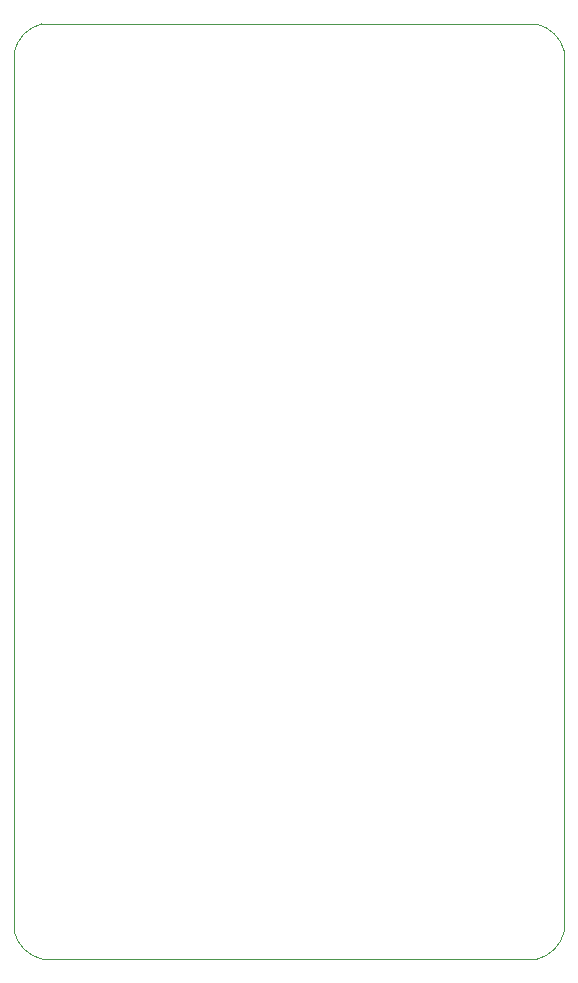
<source format=gbr>
%TF.GenerationSoftware,KiCad,Pcbnew,5.0.2-bee76a0~70~ubuntu18.04.1*%
%TF.CreationDate,2021-01-16T21:03:51-05:00*%
%TF.ProjectId,dippy,64697070-792e-46b6-9963-61645f706362,rev?*%
%TF.SameCoordinates,Original*%
%TF.FileFunction,Profile,NP*%
%FSLAX46Y46*%
G04 Gerber Fmt 4.6, Leading zero omitted, Abs format (unit mm)*
G04 Created by KiCad (PCBNEW 5.0.2-bee76a0~70~ubuntu18.04.1) date Sat 16 Jan 2021 09:03:51 PM EST*
%MOMM*%
%LPD*%
G01*
G04 APERTURE LIST*
%ADD10C,0.050000*%
G04 APERTURE END LIST*
D10*
X-84875000Y-75099535D02*
G75*
G02X-87222778Y-77525000I-3097777J649534D01*
G01*
X-129049535Y-77522778D02*
G75*
G02X-131475000Y-75175000I649534J3097777D01*
G01*
X-131475000Y-750465D02*
G75*
G02X-129127222Y1675000I3097777J-649534D01*
G01*
X-87300466Y1672777D02*
G75*
G02X-84875001Y-675001I-649534J-3097777D01*
G01*
X-87225000Y-77525000D02*
X-129050000Y-77525000D01*
X-129125000Y1675000D02*
X-87300000Y1675000D01*
X-131475000Y-75175000D02*
X-131475000Y-750000D01*
X-84875000Y-75099535D02*
X-84875000Y-675000D01*
M02*

</source>
